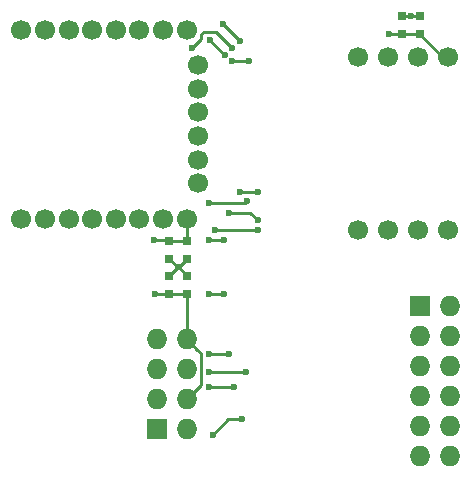
<source format=gtl>
G04 #@! TF.FileFunction,Copper,L1,Top,Signal*
%FSLAX46Y46*%
G04 Gerber Fmt 4.6, Leading zero omitted, Abs format (unit mm)*
G04 Created by KiCad (PCBNEW (2016-06-01 BZR 6870, Git 0ccd3bb)-product) date 06/04/16 15:12:46*
%MOMM*%
%LPD*%
G01*
G04 APERTURE LIST*
%ADD10C,0.150000*%
%ADD11C,1.700000*%
%ADD12R,0.750000X0.800000*%
%ADD13R,1.727200X1.727200*%
%ADD14O,1.727200X1.727200*%
%ADD15C,0.600000*%
%ADD16C,0.250000*%
G04 APERTURE END LIST*
D10*
D11*
X39575500Y-34147500D03*
X24575500Y-37147500D03*
X38575500Y-21147500D03*
X26575500Y-37147500D03*
X28575500Y-37147500D03*
X30575500Y-37147500D03*
X32575500Y-37147500D03*
X34575500Y-37147500D03*
X36575500Y-37147500D03*
X38575500Y-37147500D03*
X36575500Y-21147500D03*
X34575500Y-21147500D03*
X32575500Y-21147500D03*
X30575500Y-21147500D03*
X28575500Y-21147500D03*
X26575500Y-21147500D03*
X24575500Y-21147500D03*
X39575500Y-32147500D03*
X39575500Y-30147500D03*
X39575500Y-28147500D03*
X39575500Y-26147500D03*
X39575500Y-24147500D03*
X53123500Y-23447500D03*
X53123500Y-38147500D03*
X55663500Y-38147500D03*
X58203500Y-38147500D03*
X60743500Y-38147500D03*
X55663500Y-23447500D03*
X58203500Y-23447500D03*
X60743500Y-23447500D03*
D12*
X38608000Y-43485500D03*
X38608000Y-41985500D03*
X37084000Y-43497500D03*
X37084000Y-41997500D03*
X37084000Y-39052500D03*
X37084000Y-40552500D03*
X38608000Y-39064500D03*
X38608000Y-40564500D03*
X58293000Y-21514500D03*
X58293000Y-20014500D03*
X56769000Y-21514500D03*
X56769000Y-20014500D03*
D13*
X58356500Y-44577000D03*
D14*
X60896500Y-44577000D03*
X58356500Y-47117000D03*
X60896500Y-47117000D03*
X58356500Y-49657000D03*
X60896500Y-49657000D03*
X58356500Y-52197000D03*
X60896500Y-52197000D03*
X58356500Y-54737000D03*
X60896500Y-54737000D03*
X58356500Y-57277000D03*
X60896500Y-57277000D03*
D13*
X36068000Y-54991000D03*
D14*
X38608000Y-54991000D03*
X36068000Y-52451000D03*
X38608000Y-52451000D03*
X36068000Y-49911000D03*
X38608000Y-49911000D03*
X36068000Y-47371000D03*
X38608000Y-47371000D03*
D15*
X57531000Y-20002500D03*
X44577000Y-38100000D03*
X40960966Y-38128921D03*
X37846000Y-41275000D03*
X43878500Y-23812500D03*
X42427998Y-23812500D03*
X42389673Y-22696781D03*
X38989000Y-22733000D03*
X40449500Y-51435000D03*
X42625030Y-51435000D03*
X55689500Y-21526500D03*
X35814000Y-38989000D03*
X40449500Y-38989000D03*
X41725010Y-38989000D03*
X35877500Y-43497500D03*
X40449500Y-43497500D03*
X41725010Y-43497500D03*
X41825522Y-23264014D03*
X40513000Y-22034498D03*
X44577000Y-37274500D03*
X42175020Y-36625844D03*
X40449500Y-48641000D03*
X42175020Y-48641000D03*
X43250031Y-54149991D03*
X41656002Y-20701000D03*
X43053000Y-22098000D03*
X44640500Y-34861500D03*
X43075040Y-34861500D03*
X40767000Y-55499000D03*
X43681932Y-35687444D03*
X40449500Y-35814000D03*
X40449500Y-50101500D03*
X43561000Y-50101500D03*
D16*
X57531000Y-20002500D02*
X58281000Y-20002500D01*
X58281000Y-20002500D02*
X58293000Y-20014500D01*
X57531000Y-20002500D02*
X56781000Y-20002500D01*
X56781000Y-20002500D02*
X56769000Y-20014500D01*
X40960966Y-38128921D02*
X44548079Y-38128921D01*
X44548079Y-38128921D02*
X44577000Y-38100000D01*
X37846000Y-41275000D02*
X37897500Y-41275000D01*
X37897500Y-41275000D02*
X38608000Y-41985500D01*
X37846000Y-41275000D02*
X37806500Y-41275000D01*
X37806500Y-41275000D02*
X37084000Y-41997500D01*
X37806500Y-41275000D02*
X37084000Y-40552500D01*
X37897500Y-41275000D02*
X38608000Y-40564500D01*
X42427998Y-23812500D02*
X43878500Y-23812500D01*
X39824499Y-21543999D02*
X40031649Y-21336849D01*
X38989000Y-22733000D02*
X39824499Y-21897501D01*
X39824499Y-21897501D02*
X39824499Y-21543999D01*
X40031649Y-21336849D02*
X41029741Y-21336849D01*
X41029741Y-21336849D02*
X42089674Y-22396782D01*
X42089674Y-22396782D02*
X42389673Y-22696781D01*
X42625030Y-51435000D02*
X40449500Y-51435000D01*
X58293000Y-21514500D02*
X58293000Y-21539500D01*
X58293000Y-21539500D02*
X60201000Y-23447500D01*
X60201000Y-23447500D02*
X60743500Y-23447500D01*
X56769000Y-21514500D02*
X58293000Y-21514500D01*
X55689500Y-21526500D02*
X56757000Y-21526500D01*
X56757000Y-21526500D02*
X56769000Y-21514500D01*
X38608000Y-39064500D02*
X38608000Y-37180000D01*
X38608000Y-37180000D02*
X38575500Y-37147500D01*
X37084000Y-39052500D02*
X38596000Y-39052500D01*
X38596000Y-39052500D02*
X38608000Y-39064500D01*
X35814000Y-38989000D02*
X37020500Y-38989000D01*
X37020500Y-38989000D02*
X37084000Y-39052500D01*
X41725010Y-38989000D02*
X40449500Y-38989000D01*
X35877500Y-43497500D02*
X37084000Y-43497500D01*
X41725010Y-43497500D02*
X40449500Y-43497500D01*
X38608000Y-43485500D02*
X38608000Y-47371000D01*
X38608000Y-43485500D02*
X37096000Y-43485500D01*
X37096000Y-43485500D02*
X37084000Y-43497500D01*
X38608000Y-52451000D02*
X39796601Y-51262399D01*
X39796601Y-51262399D02*
X39796601Y-48559601D01*
X39796601Y-48559601D02*
X39471599Y-48234599D01*
X39471599Y-48234599D02*
X38608000Y-47371000D01*
X40513000Y-22034498D02*
X41742516Y-23264014D01*
X41742516Y-23264014D02*
X41825522Y-23264014D01*
X42175020Y-36625844D02*
X43928344Y-36625844D01*
X43928344Y-36625844D02*
X44577000Y-37274500D01*
X42175020Y-48641000D02*
X40449500Y-48641000D01*
X43250031Y-54149991D02*
X42116009Y-54149991D01*
X42116009Y-54149991D02*
X40767000Y-55499000D01*
X42037000Y-21082000D02*
X41737001Y-20781999D01*
X43053000Y-22098000D02*
X42037000Y-21082000D01*
X41737001Y-20781999D02*
X41656002Y-20701000D01*
X43075040Y-34861500D02*
X44640500Y-34861500D01*
X40789040Y-55476960D02*
X40767000Y-55499000D01*
X43555376Y-35814000D02*
X43681932Y-35687444D01*
X40449500Y-35814000D02*
X43555376Y-35814000D01*
X43561000Y-50101500D02*
X40449500Y-50101500D01*
M02*

</source>
